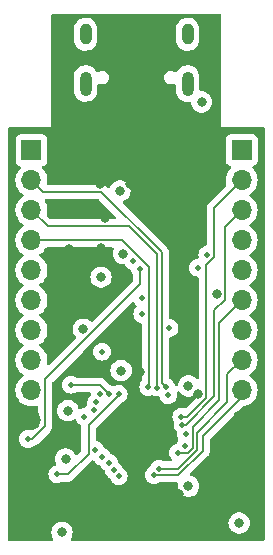
<source format=gbr>
%TF.GenerationSoftware,KiCad,Pcbnew,7.0.6*%
%TF.CreationDate,2023-07-23T20:03:58-07:00*%
%TF.ProjectId,iCEGenius,69434547-656e-4697-9573-2e6b69636164,rev?*%
%TF.SameCoordinates,Original*%
%TF.FileFunction,Copper,L6,Bot*%
%TF.FilePolarity,Positive*%
%FSLAX46Y46*%
G04 Gerber Fmt 4.6, Leading zero omitted, Abs format (unit mm)*
G04 Created by KiCad (PCBNEW 7.0.6) date 2023-07-23 20:03:58*
%MOMM*%
%LPD*%
G01*
G04 APERTURE LIST*
%TA.AperFunction,ComponentPad*%
%ADD10R,1.700000X1.700000*%
%TD*%
%TA.AperFunction,ComponentPad*%
%ADD11O,1.700000X1.700000*%
%TD*%
%TA.AperFunction,ComponentPad*%
%ADD12O,1.000000X2.100000*%
%TD*%
%TA.AperFunction,ComponentPad*%
%ADD13O,1.000000X1.800000*%
%TD*%
%TA.AperFunction,ViaPad*%
%ADD14C,0.800000*%
%TD*%
%TA.AperFunction,ViaPad*%
%ADD15C,0.500000*%
%TD*%
%TA.AperFunction,Conductor*%
%ADD16C,0.200000*%
%TD*%
G04 APERTURE END LIST*
D10*
%TO.P,J3,1,Pin_1*%
%TO.N,+3V3*%
X164915000Y-88530000D03*
D11*
%TO.P,J3,2,Pin_2*%
%TO.N,IOL_2A*%
X164915000Y-91070000D03*
%TO.P,J3,3,Pin_3*%
%TO.N,IOL_2B*%
X164915000Y-93610000D03*
%TO.P,J3,4,Pin_4*%
%TO.N,IOT_52*%
X164915000Y-96150000D03*
%TO.P,J3,5,Pin_5*%
%TO.N,IOT_53*%
X164915000Y-98690000D03*
%TO.P,J3,6,Pin_6*%
%TO.N,IOT_50_GBIN1*%
X164915000Y-101230000D03*
%TO.P,J3,7,Pin_7*%
%TO.N,IOL_4A*%
X164915000Y-103770000D03*
%TO.P,J3,8,Pin_8*%
%TO.N,IOT_47*%
X164915000Y-106310000D03*
%TO.P,J3,9,Pin_9*%
%TO.N,IOT_45*%
X164915000Y-108850000D03*
%TO.P,J3,10,Pin_10*%
%TO.N,GND*%
X164915000Y-111390000D03*
%TD*%
D10*
%TO.P,J2,1,Pin_1*%
%TO.N,+3V3*%
X147115000Y-88550000D03*
D11*
%TO.P,J2,2,Pin_2*%
%TO.N,IOL_4B_GBIN7*%
X147115000Y-91090000D03*
%TO.P,J2,3,Pin_3*%
%TO.N,IOL_5B*%
X147115000Y-93630000D03*
%TO.P,J2,4,Pin_4*%
%TO.N,IOL_5A_GBIN6*%
X147115000Y-96170000D03*
%TO.P,J2,5,Pin_5*%
%TO.N,IOR_34*%
X147115000Y-98710000D03*
%TO.P,J2,6,Pin_6*%
%TO.N,IOR_35_GBIN3*%
X147115000Y-101250000D03*
%TO.P,J2,7,Pin_7*%
%TO.N,IOR_36_GBIN2*%
X147115000Y-103790000D03*
%TO.P,J2,8,Pin_8*%
%TO.N,IOR_38*%
X147115000Y-106330000D03*
%TO.P,J2,9,Pin_9*%
%TO.N,IOR_39*%
X147115000Y-108870000D03*
%TO.P,J2,10,Pin_10*%
%TO.N,GND*%
X147115000Y-111410000D03*
%TD*%
D12*
%TO.P,J1,S1,SHIELD*%
%TO.N,unconnected-(J1-SHIELD-PadS1)*%
X160330000Y-82900000D03*
D13*
X160330000Y-78720000D03*
D12*
X151690000Y-82900000D03*
D13*
X151690000Y-78720000D03*
%TD*%
D14*
%TO.N,+5V*%
X154600000Y-92000000D03*
X154900000Y-97300000D03*
X161520000Y-84455000D03*
%TO.N,GND*%
X163600000Y-119500000D03*
X151900000Y-84900000D03*
X151400000Y-97899999D03*
X151400000Y-99900000D03*
X156500000Y-119900000D03*
X164700000Y-113600000D03*
X153000000Y-96869500D03*
X155800000Y-78800000D03*
X159400000Y-91200000D03*
X152900000Y-91400000D03*
X157800001Y-78800000D03*
X150100000Y-88800000D03*
X158600000Y-95900000D03*
X150300000Y-96900000D03*
X153799999Y-78800000D03*
D15*
X161700000Y-93000000D03*
D14*
X151400000Y-101900001D03*
X153300000Y-94300000D03*
X161200000Y-109200000D03*
X156300000Y-107300000D03*
X153200000Y-106900000D03*
D15*
X149700000Y-112600000D03*
D14*
X156550000Y-118650000D03*
X149700000Y-80500000D03*
X150100000Y-84800000D03*
X150000000Y-102400000D03*
X151900000Y-87400000D03*
X149700000Y-78500000D03*
X160600000Y-88400000D03*
X155431635Y-91368365D03*
X146800000Y-119300000D03*
X162200000Y-79400000D03*
D15*
X152200000Y-115700000D03*
D14*
X154300000Y-119700000D03*
X149700000Y-82500000D03*
X159641121Y-117650468D03*
X150100000Y-86800000D03*
X146000000Y-120600000D03*
X156000000Y-112438990D03*
X163000000Y-87300000D03*
X157300000Y-87100000D03*
X159600000Y-84800000D03*
%TO.N,+3V3*%
X160400000Y-108500000D03*
X164700000Y-120100000D03*
X150000000Y-114700000D03*
X154700000Y-107200000D03*
X151500000Y-103700000D03*
X153000000Y-99300000D03*
X160400000Y-117000000D03*
X149700000Y-120900000D03*
X150200000Y-110600000D03*
X162800500Y-100700000D03*
D15*
%TO.N,SS*%
X152397937Y-110576525D03*
X156500000Y-101100000D03*
X155700000Y-97900000D03*
%TO.N,CRESET_B_CTL*%
X146800000Y-113000000D03*
X156300000Y-98600000D03*
%TO.N,IOL_4B_GBIN7*%
X158533627Y-108620571D03*
%TO.N,IOL_5A_GBIN6*%
X157003934Y-108596040D03*
%TO.N,IOT_50_GBIN1*%
X159500000Y-114149500D03*
%TO.N,MOSI*%
X152600000Y-109900000D03*
X153100000Y-105600000D03*
%TO.N,IOR_36_GBIN2*%
X153700000Y-115000000D03*
%TO.N,IOR_35_GBIN3*%
X153100000Y-114500000D03*
%TO.N,IOL_2A*%
X159800000Y-111100000D03*
%TO.N,IOL_2B*%
X159900000Y-111800000D03*
%TO.N,IOR_34*%
X152500000Y-113900000D03*
%TO.N,IOR_38*%
X154059891Y-115599818D03*
%TO.N,IOR_39*%
X154496826Y-116146070D03*
%TO.N,IOT_45*%
X157480298Y-116059602D03*
%TO.N,IOT_47*%
X157900000Y-115500000D03*
%TO.N,IOT_52*%
X160200000Y-112600000D03*
%TO.N,IOT_53*%
X160100000Y-113600000D03*
%TO.N,IOL_4A*%
X158700000Y-109300000D03*
%TO.N,IOL_5B*%
X157738543Y-108638543D03*
%TO.N,CRESET_B*%
X149300000Y-116000000D03*
X154500000Y-109200000D03*
%TO.N,SCK*%
X161200000Y-98500000D03*
X151600000Y-111100000D03*
X158800000Y-103600000D03*
%TO.N,MISO*%
X156500000Y-102400000D03*
X152900497Y-109200000D03*
X162000000Y-97400000D03*
%TO.N,Net-(D5-A)*%
X153638804Y-109160489D03*
X150450500Y-108400000D03*
%TD*%
D16*
%TO.N,CRESET_B_CTL*%
X148265000Y-111935000D02*
X147200000Y-113000000D01*
X147200000Y-113000000D02*
X146800000Y-113000000D01*
X156300000Y-99889950D02*
X148265000Y-107924950D01*
X156300000Y-98600000D02*
X156300000Y-99889950D01*
X148265000Y-107924950D02*
X148265000Y-111935000D01*
%TO.N,IOL_4B_GBIN7*%
X153043504Y-92100000D02*
X148125000Y-92100000D01*
X158138543Y-97195039D02*
X153043504Y-92100000D01*
X158138543Y-108225487D02*
X158138543Y-97195039D01*
X158533627Y-108620571D02*
X158138543Y-108225487D01*
X148125000Y-92100000D02*
X147115000Y-91090000D01*
%TO.N,IOL_5A_GBIN6*%
X154770000Y-96170000D02*
X147115000Y-96170000D01*
X157050000Y-98450000D02*
X154770000Y-96170000D01*
X157003934Y-108596040D02*
X157050000Y-108549974D01*
X157050000Y-108549974D02*
X157050000Y-98450000D01*
%TO.N,IOT_50_GBIN1*%
X160328318Y-114149500D02*
X159500000Y-114149500D01*
X164915000Y-101230000D02*
X163000000Y-103145000D01*
X163000000Y-109700000D02*
X160750000Y-111950000D01*
X163000000Y-103145000D02*
X163000000Y-109700000D01*
X160750000Y-111950000D02*
X160750000Y-113727818D01*
X160750000Y-113727818D02*
X160328318Y-114149500D01*
%TO.N,IOL_2A*%
X161900000Y-109489950D02*
X161900000Y-98277818D01*
X161900000Y-98277818D02*
X162550000Y-97627818D01*
X160289950Y-111100000D02*
X161900000Y-109489950D01*
X159800000Y-111100000D02*
X160289950Y-111100000D01*
X162550000Y-97627818D02*
X162550000Y-93435000D01*
X162550000Y-93435000D02*
X164915000Y-91070000D01*
%TO.N,IOL_2B*%
X159900000Y-111800000D02*
X160155636Y-111800000D01*
X163500000Y-101200000D02*
X163500000Y-95025000D01*
X162600000Y-109355636D02*
X162600000Y-102100000D01*
X162600000Y-102100000D02*
X163500000Y-101200000D01*
X163500000Y-95025000D02*
X164915000Y-93610000D01*
X160155636Y-111800000D02*
X162600000Y-109355636D01*
%TO.N,IOT_45*%
X159559189Y-116050000D02*
X161600000Y-114009189D01*
X164915000Y-109467843D02*
X164915000Y-108850000D01*
X157480298Y-116059602D02*
X157489900Y-116050000D01*
X157489900Y-116050000D02*
X159559189Y-116050000D01*
X161600000Y-114009189D02*
X161600000Y-112782843D01*
X161600000Y-112782843D02*
X164915000Y-109467843D01*
%TO.N,IOT_47*%
X161150000Y-112450000D02*
X163700000Y-109900000D01*
X157900000Y-115500000D02*
X159543504Y-115500000D01*
X163700000Y-107525000D02*
X164915000Y-106310000D01*
X161150000Y-113893504D02*
X161150000Y-112450000D01*
X163700000Y-109900000D02*
X163700000Y-107525000D01*
X159543504Y-115500000D02*
X161150000Y-113893504D01*
%TO.N,IOL_5B*%
X148485000Y-95000000D02*
X147115000Y-93630000D01*
X157738543Y-108638543D02*
X157738543Y-97360725D01*
X155377818Y-95000000D02*
X148485000Y-95000000D01*
X157738543Y-97360725D02*
X155377818Y-95000000D01*
%TO.N,CRESET_B*%
X150200000Y-116000000D02*
X151950000Y-114250000D01*
X151950000Y-114250000D02*
X151950000Y-111850000D01*
X154500000Y-109300000D02*
X154500000Y-109200000D01*
X151950000Y-111850000D02*
X154500000Y-109300000D01*
X149300000Y-116000000D02*
X150200000Y-116000000D01*
%TO.N,Net-(D5-A)*%
X153638804Y-109160489D02*
X152878315Y-108400000D01*
X152878315Y-108400000D02*
X150450500Y-108400000D01*
%TD*%
%TA.AperFunction,Conductor*%
%TO.N,GND*%
G36*
X154021571Y-96790185D02*
G01*
X154067326Y-96842989D01*
X154077270Y-96912147D01*
X154072463Y-96932818D01*
X154027141Y-97072305D01*
X154014326Y-97111744D01*
X153994540Y-97300000D01*
X154014326Y-97488256D01*
X154014327Y-97488259D01*
X154072818Y-97668277D01*
X154072821Y-97668284D01*
X154167467Y-97832216D01*
X154237075Y-97909523D01*
X154294129Y-97972888D01*
X154447265Y-98084148D01*
X154447270Y-98084151D01*
X154620192Y-98161142D01*
X154620197Y-98161144D01*
X154805354Y-98200500D01*
X154805355Y-98200500D01*
X154933928Y-98200500D01*
X155000967Y-98220185D01*
X155038918Y-98258524D01*
X155098033Y-98352604D01*
X155109523Y-98370890D01*
X155229109Y-98490476D01*
X155229115Y-98490481D01*
X155372302Y-98580452D01*
X155372308Y-98580455D01*
X155372310Y-98580456D01*
X155475993Y-98616736D01*
X155532769Y-98657458D01*
X155558259Y-98719891D01*
X155563687Y-98768058D01*
X155619544Y-98927691D01*
X155680493Y-99024689D01*
X155699500Y-99090662D01*
X155699500Y-99589852D01*
X155679815Y-99656891D01*
X155663181Y-99677533D01*
X152296690Y-103044023D01*
X152235367Y-103077508D01*
X152165675Y-103072524D01*
X152116860Y-103039315D01*
X152105877Y-103027117D01*
X152105869Y-103027110D01*
X151952734Y-102915851D01*
X151952729Y-102915848D01*
X151779807Y-102838857D01*
X151779802Y-102838855D01*
X151634001Y-102807865D01*
X151594646Y-102799500D01*
X151405354Y-102799500D01*
X151372897Y-102806398D01*
X151220197Y-102838855D01*
X151220192Y-102838857D01*
X151047270Y-102915848D01*
X151047265Y-102915851D01*
X150894129Y-103027111D01*
X150767466Y-103167785D01*
X150672821Y-103331715D01*
X150672818Y-103331722D01*
X150614327Y-103511740D01*
X150614326Y-103511744D01*
X150594540Y-103700000D01*
X150614326Y-103888256D01*
X150614327Y-103888259D01*
X150672818Y-104068277D01*
X150672821Y-104068284D01*
X150767466Y-104232215D01*
X150850308Y-104324221D01*
X150880538Y-104387213D01*
X150871912Y-104456548D01*
X150845839Y-104494874D01*
X148658246Y-106682467D01*
X148596923Y-106715952D01*
X148527231Y-106710968D01*
X148471298Y-106669096D01*
X148446881Y-106603632D01*
X148450009Y-106570898D01*
X148449122Y-106570742D01*
X148450060Y-106565417D01*
X148450063Y-106565408D01*
X148470659Y-106330000D01*
X148450063Y-106094592D01*
X148388903Y-105866337D01*
X148289035Y-105652171D01*
X148203432Y-105529916D01*
X148153494Y-105458597D01*
X147986402Y-105291506D01*
X147986396Y-105291501D01*
X147800842Y-105161575D01*
X147757217Y-105106998D01*
X147750023Y-105037500D01*
X147781546Y-104975145D01*
X147800842Y-104958425D01*
X147856370Y-104919544D01*
X147986401Y-104828495D01*
X148153495Y-104661401D01*
X148289035Y-104467830D01*
X148388903Y-104253663D01*
X148450063Y-104025408D01*
X148470659Y-103790000D01*
X148450063Y-103554592D01*
X148388903Y-103326337D01*
X148289035Y-103112171D01*
X148266828Y-103080455D01*
X148153494Y-102918597D01*
X147986402Y-102751506D01*
X147986396Y-102751501D01*
X147800842Y-102621575D01*
X147757217Y-102566998D01*
X147750023Y-102497500D01*
X147781546Y-102435145D01*
X147800842Y-102418425D01*
X147827153Y-102400002D01*
X147986401Y-102288495D01*
X148153495Y-102121401D01*
X148289035Y-101927830D01*
X148388903Y-101713663D01*
X148450063Y-101485408D01*
X148470659Y-101250000D01*
X148450063Y-101014592D01*
X148388903Y-100786337D01*
X148289035Y-100572171D01*
X148153495Y-100378599D01*
X148153494Y-100378597D01*
X147986402Y-100211506D01*
X147986396Y-100211501D01*
X147800842Y-100081575D01*
X147757217Y-100026998D01*
X147750023Y-99957500D01*
X147781546Y-99895145D01*
X147800842Y-99878425D01*
X147866838Y-99832214D01*
X147986401Y-99748495D01*
X148153495Y-99581401D01*
X148289035Y-99387830D01*
X148329991Y-99300000D01*
X152094540Y-99300000D01*
X152114326Y-99488256D01*
X152114327Y-99488259D01*
X152172818Y-99668277D01*
X152172821Y-99668284D01*
X152267467Y-99832216D01*
X152380274Y-99957500D01*
X152394129Y-99972888D01*
X152547265Y-100084148D01*
X152547270Y-100084151D01*
X152720192Y-100161142D01*
X152720197Y-100161144D01*
X152905354Y-100200500D01*
X152905355Y-100200500D01*
X153094644Y-100200500D01*
X153094646Y-100200500D01*
X153279803Y-100161144D01*
X153452730Y-100084151D01*
X153605871Y-99972888D01*
X153732533Y-99832216D01*
X153827179Y-99668284D01*
X153885674Y-99488256D01*
X153905460Y-99300000D01*
X153885674Y-99111744D01*
X153827179Y-98931716D01*
X153732533Y-98767784D01*
X153605871Y-98627112D01*
X153591590Y-98616736D01*
X153452734Y-98515851D01*
X153452729Y-98515848D01*
X153279807Y-98438857D01*
X153279802Y-98438855D01*
X153134001Y-98407865D01*
X153094646Y-98399500D01*
X152905354Y-98399500D01*
X152872897Y-98406398D01*
X152720197Y-98438855D01*
X152720192Y-98438857D01*
X152547270Y-98515848D01*
X152547265Y-98515851D01*
X152394129Y-98627111D01*
X152267466Y-98767785D01*
X152172821Y-98931715D01*
X152172818Y-98931722D01*
X152121176Y-99090662D01*
X152114326Y-99111744D01*
X152094540Y-99300000D01*
X148329991Y-99300000D01*
X148388903Y-99173663D01*
X148450063Y-98945408D01*
X148470659Y-98710000D01*
X148450063Y-98474592D01*
X148388903Y-98246337D01*
X148289035Y-98032171D01*
X148286896Y-98029115D01*
X148153494Y-97838597D01*
X147986402Y-97671506D01*
X147986396Y-97671501D01*
X147800842Y-97541575D01*
X147757217Y-97486998D01*
X147750023Y-97417500D01*
X147781546Y-97355145D01*
X147800842Y-97338425D01*
X147855718Y-97300000D01*
X147986401Y-97208495D01*
X148153495Y-97041401D01*
X148289035Y-96847830D01*
X148291707Y-96842097D01*
X148337878Y-96789658D01*
X148404091Y-96770500D01*
X153954532Y-96770500D01*
X154021571Y-96790185D01*
G37*
%TD.AperFunction*%
%TA.AperFunction,Conductor*%
G36*
X152810446Y-92720185D02*
G01*
X152831088Y-92736819D01*
X154282088Y-94187819D01*
X154315573Y-94249142D01*
X154310589Y-94318834D01*
X154268717Y-94374767D01*
X154203253Y-94399184D01*
X154194407Y-94399500D01*
X148785097Y-94399500D01*
X148718058Y-94379815D01*
X148697416Y-94363181D01*
X148447766Y-94113531D01*
X148414281Y-94052208D01*
X148415672Y-93993757D01*
X148421031Y-93973756D01*
X148450063Y-93865408D01*
X148470659Y-93630000D01*
X148450063Y-93394592D01*
X148388903Y-93166337D01*
X148289035Y-92952171D01*
X148249440Y-92895623D01*
X148227113Y-92829417D01*
X148244123Y-92761650D01*
X148295071Y-92713837D01*
X148351015Y-92700500D01*
X152743407Y-92700500D01*
X152810446Y-92720185D01*
G37*
%TD.AperFunction*%
%TA.AperFunction,Conductor*%
G36*
X163142539Y-77020185D02*
G01*
X163188294Y-77072989D01*
X163199500Y-77124500D01*
X163199500Y-86575467D01*
X163199416Y-86575889D01*
X163199459Y-86600001D01*
X163199500Y-86600099D01*
X163199616Y-86600382D01*
X163199618Y-86600384D01*
X163199808Y-86600462D01*
X163200000Y-86600541D01*
X163200002Y-86600539D01*
X163224616Y-86600524D01*
X163224616Y-86600528D01*
X163224760Y-86600500D01*
X166775500Y-86600500D01*
X166842539Y-86620185D01*
X166888294Y-86672989D01*
X166899500Y-86724500D01*
X166899500Y-121475500D01*
X166879815Y-121542539D01*
X166827011Y-121588294D01*
X166775500Y-121599500D01*
X150550726Y-121599500D01*
X150483687Y-121579815D01*
X150437932Y-121527011D01*
X150427988Y-121457853D01*
X150443339Y-121413500D01*
X150464302Y-121377190D01*
X150527179Y-121268284D01*
X150585674Y-121088256D01*
X150605460Y-120900000D01*
X150585674Y-120711744D01*
X150527179Y-120531716D01*
X150432533Y-120367784D01*
X150305871Y-120227112D01*
X150305870Y-120227111D01*
X150152734Y-120115851D01*
X150152729Y-120115848D01*
X150117134Y-120100000D01*
X163794540Y-120100000D01*
X163814326Y-120288256D01*
X163814327Y-120288259D01*
X163872818Y-120468277D01*
X163872821Y-120468284D01*
X163967467Y-120632216D01*
X164039071Y-120711740D01*
X164094129Y-120772888D01*
X164247265Y-120884148D01*
X164247270Y-120884151D01*
X164420192Y-120961142D01*
X164420197Y-120961144D01*
X164605354Y-121000500D01*
X164605355Y-121000500D01*
X164794644Y-121000500D01*
X164794646Y-121000500D01*
X164979803Y-120961144D01*
X165152730Y-120884151D01*
X165305871Y-120772888D01*
X165432533Y-120632216D01*
X165527179Y-120468284D01*
X165585674Y-120288256D01*
X165605460Y-120100000D01*
X165585674Y-119911744D01*
X165527179Y-119731716D01*
X165432533Y-119567784D01*
X165305871Y-119427112D01*
X165305870Y-119427111D01*
X165152734Y-119315851D01*
X165152729Y-119315848D01*
X164979807Y-119238857D01*
X164979802Y-119238855D01*
X164834000Y-119207865D01*
X164794646Y-119199500D01*
X164605354Y-119199500D01*
X164572897Y-119206398D01*
X164420197Y-119238855D01*
X164420192Y-119238857D01*
X164247270Y-119315848D01*
X164247265Y-119315851D01*
X164094129Y-119427111D01*
X163967466Y-119567785D01*
X163872821Y-119731715D01*
X163872818Y-119731722D01*
X163814327Y-119911740D01*
X163814326Y-119911744D01*
X163794540Y-120100000D01*
X150117134Y-120100000D01*
X149979807Y-120038857D01*
X149979802Y-120038855D01*
X149834000Y-120007865D01*
X149794646Y-119999500D01*
X149605354Y-119999500D01*
X149572897Y-120006398D01*
X149420197Y-120038855D01*
X149420192Y-120038857D01*
X149247270Y-120115848D01*
X149247265Y-120115851D01*
X149094129Y-120227111D01*
X148967466Y-120367785D01*
X148872821Y-120531715D01*
X148872818Y-120531722D01*
X148840166Y-120632216D01*
X148814326Y-120711744D01*
X148794540Y-120900000D01*
X148814326Y-121088256D01*
X148814327Y-121088259D01*
X148872818Y-121268277D01*
X148872821Y-121268284D01*
X148956661Y-121413500D01*
X148973134Y-121481401D01*
X148950281Y-121547427D01*
X148895360Y-121590618D01*
X148849274Y-121599500D01*
X145224500Y-121599500D01*
X145157461Y-121579815D01*
X145111706Y-121527011D01*
X145100500Y-121475500D01*
X145100500Y-116000002D01*
X148544751Y-116000002D01*
X148563685Y-116168056D01*
X148619545Y-116327694D01*
X148619547Y-116327697D01*
X148709518Y-116470884D01*
X148709523Y-116470890D01*
X148829109Y-116590476D01*
X148829115Y-116590481D01*
X148972302Y-116680452D01*
X148972305Y-116680454D01*
X148972309Y-116680455D01*
X148972310Y-116680456D01*
X149044913Y-116705860D01*
X149131943Y-116736314D01*
X149299997Y-116755249D01*
X149300000Y-116755249D01*
X149300003Y-116755249D01*
X149468056Y-116736314D01*
X149468059Y-116736313D01*
X149627690Y-116680456D01*
X149724691Y-116619505D01*
X149790663Y-116600500D01*
X150156572Y-116600500D01*
X150164670Y-116601030D01*
X150200000Y-116605682D01*
X150200001Y-116605682D01*
X150252253Y-116598802D01*
X150356762Y-116585044D01*
X150502841Y-116524536D01*
X150628282Y-116428282D01*
X150649983Y-116399999D01*
X150655311Y-116393922D01*
X152233193Y-114816040D01*
X152294514Y-114782557D01*
X152364206Y-114787541D01*
X152420139Y-114829413D01*
X152425863Y-114837747D01*
X152464750Y-114899634D01*
X152509523Y-114970890D01*
X152629109Y-115090476D01*
X152629115Y-115090481D01*
X152772302Y-115180452D01*
X152772308Y-115180455D01*
X152772310Y-115180456D01*
X152894646Y-115223263D01*
X152938514Y-115238613D01*
X152937489Y-115241541D01*
X152986491Y-115268898D01*
X153015033Y-115314799D01*
X153019544Y-115327693D01*
X153109518Y-115470884D01*
X153109523Y-115470890D01*
X153229110Y-115590477D01*
X153258701Y-115609070D01*
X153304992Y-115661405D01*
X153315949Y-115700179D01*
X153323576Y-115767871D01*
X153379435Y-115927510D01*
X153379438Y-115927515D01*
X153469409Y-116070702D01*
X153469414Y-116070708D01*
X153589001Y-116190295D01*
X153716570Y-116270452D01*
X153762859Y-116322785D01*
X153767638Y-116334490D01*
X153816370Y-116473761D01*
X153816373Y-116473767D01*
X153906344Y-116616954D01*
X153906349Y-116616960D01*
X154025935Y-116736546D01*
X154025941Y-116736551D01*
X154169128Y-116826522D01*
X154169131Y-116826524D01*
X154169135Y-116826525D01*
X154169136Y-116826526D01*
X154241739Y-116851930D01*
X154328769Y-116882384D01*
X154496823Y-116901319D01*
X154496826Y-116901319D01*
X154496829Y-116901319D01*
X154664882Y-116882384D01*
X154664885Y-116882383D01*
X154824516Y-116826526D01*
X154824518Y-116826524D01*
X154824520Y-116826524D01*
X154824523Y-116826522D01*
X154967710Y-116736551D01*
X154967711Y-116736550D01*
X154967716Y-116736547D01*
X155087303Y-116616960D01*
X155087307Y-116616954D01*
X155177278Y-116473767D01*
X155177280Y-116473764D01*
X155177281Y-116473761D01*
X155177282Y-116473760D01*
X155233139Y-116314129D01*
X155233139Y-116314128D01*
X155233140Y-116314126D01*
X155252075Y-116146072D01*
X155252075Y-116146067D01*
X155233140Y-115978013D01*
X155177280Y-115818375D01*
X155177278Y-115818372D01*
X155087307Y-115675185D01*
X155087302Y-115675179D01*
X154967714Y-115555591D01*
X154840147Y-115475435D01*
X154793857Y-115423101D01*
X154789083Y-115411408D01*
X154740347Y-115272128D01*
X154740346Y-115272125D01*
X154740343Y-115272120D01*
X154650372Y-115128933D01*
X154650367Y-115128927D01*
X154530782Y-115009342D01*
X154530781Y-115009341D01*
X154501186Y-114990745D01*
X154454896Y-114938409D01*
X154443940Y-114899634D01*
X154436314Y-114831943D01*
X154385883Y-114687819D01*
X154380456Y-114672310D01*
X154380455Y-114672308D01*
X154380452Y-114672302D01*
X154290481Y-114529115D01*
X154290476Y-114529109D01*
X154170890Y-114409523D01*
X154170884Y-114409518D01*
X154027697Y-114319547D01*
X154027692Y-114319544D01*
X153940212Y-114288934D01*
X153868059Y-114263687D01*
X153868056Y-114263686D01*
X153861487Y-114261388D01*
X153862503Y-114258484D01*
X153813405Y-114230996D01*
X153784966Y-114185200D01*
X153780456Y-114172310D01*
X153780454Y-114172307D01*
X153780454Y-114172306D01*
X153780452Y-114172302D01*
X153690481Y-114029115D01*
X153690476Y-114029109D01*
X153570890Y-113909523D01*
X153570884Y-113909518D01*
X153427697Y-113819547D01*
X153427691Y-113819544D01*
X153300907Y-113775181D01*
X153244131Y-113734459D01*
X153224819Y-113699093D01*
X153218296Y-113680452D01*
X153180456Y-113572310D01*
X153180455Y-113572308D01*
X153180452Y-113572302D01*
X153090481Y-113429115D01*
X153090476Y-113429109D01*
X152970890Y-113309523D01*
X152970884Y-113309518D01*
X152827697Y-113219547D01*
X152827694Y-113219545D01*
X152668057Y-113163686D01*
X152660611Y-113162847D01*
X152596198Y-113135777D01*
X152556646Y-113078180D01*
X152550500Y-113039627D01*
X152550500Y-112150096D01*
X152570185Y-112083057D01*
X152586819Y-112062415D01*
X153549237Y-111099997D01*
X154717057Y-109932176D01*
X154763780Y-109902818D01*
X154827690Y-109880456D01*
X154827697Y-109880452D01*
X154970884Y-109790481D01*
X154970885Y-109790480D01*
X154970890Y-109790477D01*
X155090477Y-109670890D01*
X155117622Y-109627690D01*
X155180452Y-109527697D01*
X155180454Y-109527694D01*
X155180454Y-109527692D01*
X155180456Y-109527690D01*
X155236313Y-109368059D01*
X155236313Y-109368058D01*
X155236314Y-109368056D01*
X155255249Y-109200002D01*
X155255249Y-109199997D01*
X155236314Y-109031943D01*
X155198450Y-108923734D01*
X155180456Y-108872310D01*
X155180455Y-108872309D01*
X155180454Y-108872305D01*
X155180452Y-108872302D01*
X155090481Y-108729115D01*
X155090476Y-108729109D01*
X154970890Y-108609523D01*
X154970884Y-108609518D01*
X154827697Y-108519547D01*
X154827694Y-108519545D01*
X154668056Y-108463685D01*
X154500003Y-108444751D01*
X154499997Y-108444751D01*
X154331943Y-108463685D01*
X154202250Y-108509067D01*
X154172310Y-108519544D01*
X154172308Y-108519544D01*
X154172308Y-108519545D01*
X154166809Y-108523000D01*
X154099572Y-108541996D01*
X154034869Y-108522996D01*
X153966496Y-108480034D01*
X153966496Y-108480033D01*
X153838668Y-108435305D01*
X153806863Y-108424176D01*
X153787835Y-108422031D01*
X153723423Y-108394963D01*
X153714043Y-108386493D01*
X153552596Y-108225046D01*
X153333635Y-108006085D01*
X153328295Y-107999995D01*
X153306597Y-107971718D01*
X153181156Y-107875464D01*
X153035077Y-107814956D01*
X153035075Y-107814955D01*
X152917676Y-107799500D01*
X152878315Y-107794318D01*
X152842985Y-107798969D01*
X152834887Y-107799500D01*
X150941163Y-107799500D01*
X150875191Y-107780494D01*
X150778192Y-107719545D01*
X150778191Y-107719544D01*
X150778190Y-107719544D01*
X150739870Y-107706135D01*
X150618556Y-107663685D01*
X150450503Y-107644751D01*
X150450497Y-107644751D01*
X150282443Y-107663685D01*
X150122805Y-107719545D01*
X150122802Y-107719547D01*
X149979615Y-107809518D01*
X149979609Y-107809523D01*
X149860023Y-107929109D01*
X149860018Y-107929115D01*
X149770047Y-108072302D01*
X149770045Y-108072305D01*
X149714185Y-108231943D01*
X149695251Y-108399997D01*
X149695251Y-108400002D01*
X149714185Y-108568056D01*
X149770045Y-108727694D01*
X149770047Y-108727697D01*
X149860018Y-108870884D01*
X149860023Y-108870890D01*
X149979609Y-108990476D01*
X149979615Y-108990481D01*
X150122802Y-109080452D01*
X150122805Y-109080454D01*
X150122809Y-109080455D01*
X150122810Y-109080456D01*
X150194105Y-109105403D01*
X150282443Y-109136314D01*
X150450497Y-109155249D01*
X150450500Y-109155249D01*
X150450503Y-109155249D01*
X150618556Y-109136314D01*
X150618559Y-109136313D01*
X150778190Y-109080456D01*
X150875191Y-109019505D01*
X150941163Y-109000500D01*
X152028970Y-109000500D01*
X152096009Y-109020185D01*
X152141764Y-109072989D01*
X152152190Y-109138383D01*
X152145248Y-109199996D01*
X152145248Y-109200002D01*
X152148018Y-109224588D01*
X152135963Y-109293410D01*
X152112480Y-109326151D01*
X152009524Y-109429108D01*
X152009518Y-109429115D01*
X151919547Y-109572302D01*
X151919545Y-109572305D01*
X151863685Y-109731943D01*
X151844751Y-109899997D01*
X151844751Y-109900004D01*
X151855111Y-109991957D01*
X151843056Y-110060779D01*
X151819575Y-110093519D01*
X151807457Y-110105637D01*
X151717485Y-110248825D01*
X151717481Y-110248833D01*
X151712977Y-110261707D01*
X151672255Y-110318483D01*
X151607302Y-110344229D01*
X151602791Y-110344436D01*
X151431943Y-110363685D01*
X151272306Y-110419545D01*
X151254151Y-110430953D01*
X151186914Y-110449952D01*
X151120079Y-110429583D01*
X151074866Y-110376315D01*
X151070254Y-110364286D01*
X151036924Y-110261707D01*
X151027181Y-110231721D01*
X151027178Y-110231715D01*
X151023682Y-110225659D01*
X150932533Y-110067784D01*
X150805871Y-109927112D01*
X150805870Y-109927111D01*
X150652734Y-109815851D01*
X150652729Y-109815848D01*
X150479807Y-109738857D01*
X150479802Y-109738855D01*
X150334000Y-109707865D01*
X150294646Y-109699500D01*
X150105354Y-109699500D01*
X150072897Y-109706398D01*
X149920197Y-109738855D01*
X149920192Y-109738857D01*
X149747270Y-109815848D01*
X149747265Y-109815851D01*
X149594129Y-109927111D01*
X149467466Y-110067785D01*
X149372821Y-110231715D01*
X149372818Y-110231722D01*
X149320702Y-110392120D01*
X149314326Y-110411744D01*
X149294540Y-110600000D01*
X149314326Y-110788256D01*
X149314327Y-110788259D01*
X149372818Y-110968277D01*
X149372821Y-110968284D01*
X149467467Y-111132216D01*
X149589778Y-111268056D01*
X149594129Y-111272888D01*
X149747265Y-111384148D01*
X149747270Y-111384151D01*
X149920192Y-111461142D01*
X149920197Y-111461144D01*
X150105354Y-111500500D01*
X150105355Y-111500500D01*
X150294644Y-111500500D01*
X150294646Y-111500500D01*
X150479803Y-111461144D01*
X150652730Y-111384151D01*
X150718448Y-111336403D01*
X150784251Y-111312924D01*
X150852306Y-111328749D01*
X150901001Y-111378854D01*
X150908374Y-111395767D01*
X150919545Y-111427694D01*
X150919547Y-111427697D01*
X151009518Y-111570884D01*
X151009523Y-111570890D01*
X151129109Y-111690476D01*
X151129115Y-111690481D01*
X151272302Y-111780452D01*
X151278583Y-111783477D01*
X151277242Y-111786259D01*
X151322915Y-111818987D01*
X151348152Y-111879128D01*
X151348391Y-111880940D01*
X151348968Y-111885326D01*
X151349500Y-111893418D01*
X151349500Y-113949902D01*
X151329815Y-114016941D01*
X151313181Y-114037583D01*
X151011676Y-114339087D01*
X150950353Y-114372572D01*
X150880661Y-114367588D01*
X150824728Y-114325716D01*
X150816608Y-114313406D01*
X150732534Y-114167785D01*
X150615299Y-114037583D01*
X150605871Y-114027112D01*
X150591872Y-114016941D01*
X150452734Y-113915851D01*
X150452729Y-113915848D01*
X150279807Y-113838857D01*
X150279802Y-113838855D01*
X150134001Y-113807865D01*
X150094646Y-113799500D01*
X149905354Y-113799500D01*
X149872897Y-113806398D01*
X149720197Y-113838855D01*
X149720192Y-113838857D01*
X149547270Y-113915848D01*
X149547265Y-113915851D01*
X149394129Y-114027111D01*
X149267466Y-114167785D01*
X149172821Y-114331715D01*
X149172818Y-114331722D01*
X149129672Y-114464514D01*
X149114326Y-114511744D01*
X149094540Y-114700000D01*
X149114326Y-114888256D01*
X149114327Y-114888259D01*
X149172818Y-115068277D01*
X149172822Y-115068286D01*
X149184975Y-115089336D01*
X149201446Y-115157236D01*
X149178593Y-115223263D01*
X149123671Y-115266452D01*
X149118547Y-115268373D01*
X149107818Y-115272128D01*
X148972308Y-115319544D01*
X148972302Y-115319547D01*
X148829115Y-115409518D01*
X148829109Y-115409523D01*
X148709523Y-115529109D01*
X148709518Y-115529115D01*
X148619547Y-115672302D01*
X148619545Y-115672305D01*
X148563685Y-115831943D01*
X148544751Y-115999997D01*
X148544751Y-116000002D01*
X145100500Y-116000002D01*
X145100500Y-108870000D01*
X145759341Y-108870000D01*
X145779936Y-109105403D01*
X145779938Y-109105413D01*
X145841094Y-109333655D01*
X145841096Y-109333659D01*
X145841097Y-109333663D01*
X145872264Y-109400500D01*
X145940965Y-109547830D01*
X145940967Y-109547834D01*
X146047166Y-109699500D01*
X146076505Y-109741401D01*
X146243599Y-109908495D01*
X146270187Y-109927112D01*
X146437165Y-110044032D01*
X146437167Y-110044033D01*
X146437170Y-110044035D01*
X146651337Y-110143903D01*
X146879592Y-110205063D01*
X147067918Y-110221539D01*
X147114999Y-110225659D01*
X147115000Y-110225659D01*
X147115001Y-110225659D01*
X147154234Y-110222226D01*
X147350408Y-110205063D01*
X147502200Y-110164391D01*
X147508407Y-110162728D01*
X147578257Y-110164391D01*
X147636119Y-110203554D01*
X147663623Y-110267782D01*
X147664500Y-110282503D01*
X147664500Y-111634902D01*
X147644815Y-111701941D01*
X147628181Y-111722583D01*
X147111319Y-112239444D01*
X147049996Y-112272929D01*
X146982685Y-112268805D01*
X146968059Y-112263687D01*
X146968058Y-112263686D01*
X146968053Y-112263685D01*
X146800003Y-112244751D01*
X146799997Y-112244751D01*
X146631943Y-112263685D01*
X146472305Y-112319545D01*
X146472302Y-112319547D01*
X146329115Y-112409518D01*
X146329109Y-112409523D01*
X146209523Y-112529109D01*
X146209518Y-112529115D01*
X146119547Y-112672302D01*
X146119545Y-112672305D01*
X146063685Y-112831943D01*
X146044751Y-112999997D01*
X146044751Y-113000002D01*
X146063685Y-113168056D01*
X146119545Y-113327694D01*
X146119547Y-113327697D01*
X146209518Y-113470884D01*
X146209523Y-113470890D01*
X146329109Y-113590476D01*
X146329115Y-113590481D01*
X146472302Y-113680452D01*
X146472305Y-113680454D01*
X146472309Y-113680455D01*
X146472310Y-113680456D01*
X146525572Y-113699093D01*
X146631943Y-113736314D01*
X146799997Y-113755249D01*
X146800000Y-113755249D01*
X146800003Y-113755249D01*
X146900835Y-113743887D01*
X146968059Y-113736313D01*
X147127690Y-113680456D01*
X147236136Y-113612313D01*
X147285918Y-113594370D01*
X147356762Y-113585044D01*
X147502841Y-113524536D01*
X147536120Y-113499000D01*
X147628282Y-113428282D01*
X147649984Y-113399998D01*
X147655310Y-113393923D01*
X148658923Y-112390311D01*
X148665006Y-112384977D01*
X148693282Y-112363282D01*
X148713229Y-112337286D01*
X148726845Y-112319544D01*
X148764177Y-112270890D01*
X148789536Y-112237841D01*
X148850044Y-112091762D01*
X148870682Y-111935000D01*
X148866030Y-111899669D01*
X148865500Y-111891571D01*
X148865500Y-108225046D01*
X148885185Y-108158007D01*
X148901814Y-108137370D01*
X149839184Y-107200000D01*
X153794540Y-107200000D01*
X153814326Y-107388256D01*
X153814327Y-107388259D01*
X153872818Y-107568277D01*
X153872821Y-107568284D01*
X153967467Y-107732216D01*
X154094128Y-107872887D01*
X154094129Y-107872888D01*
X154247265Y-107984148D01*
X154247270Y-107984151D01*
X154420192Y-108061142D01*
X154420197Y-108061144D01*
X154605354Y-108100500D01*
X154605355Y-108100500D01*
X154794644Y-108100500D01*
X154794646Y-108100500D01*
X154979803Y-108061144D01*
X155152730Y-107984151D01*
X155305871Y-107872888D01*
X155432533Y-107732216D01*
X155527179Y-107568284D01*
X155585674Y-107388256D01*
X155605460Y-107200000D01*
X155585674Y-107011744D01*
X155527179Y-106831716D01*
X155432533Y-106667784D01*
X155305871Y-106527112D01*
X155305870Y-106527111D01*
X155152734Y-106415851D01*
X155152729Y-106415848D01*
X154979807Y-106338857D01*
X154979802Y-106338855D01*
X154834000Y-106307865D01*
X154794646Y-106299500D01*
X154605354Y-106299500D01*
X154572897Y-106306398D01*
X154420197Y-106338855D01*
X154420192Y-106338857D01*
X154247270Y-106415848D01*
X154247265Y-106415851D01*
X154094129Y-106527111D01*
X153967466Y-106667785D01*
X153872821Y-106831715D01*
X153872818Y-106831722D01*
X153815596Y-107007834D01*
X153814326Y-107011744D01*
X153794540Y-107200000D01*
X149839184Y-107200000D01*
X151439182Y-105600002D01*
X152344751Y-105600002D01*
X152363685Y-105768056D01*
X152419545Y-105927694D01*
X152419547Y-105927697D01*
X152509518Y-106070884D01*
X152509523Y-106070890D01*
X152629109Y-106190476D01*
X152629115Y-106190481D01*
X152772302Y-106280452D01*
X152772305Y-106280454D01*
X152772309Y-106280455D01*
X152772310Y-106280456D01*
X152826735Y-106299500D01*
X152931943Y-106336314D01*
X153099997Y-106355249D01*
X153100000Y-106355249D01*
X153100003Y-106355249D01*
X153268056Y-106336314D01*
X153268059Y-106336313D01*
X153427690Y-106280456D01*
X153427692Y-106280454D01*
X153427694Y-106280454D01*
X153427697Y-106280452D01*
X153570884Y-106190481D01*
X153570885Y-106190480D01*
X153570890Y-106190477D01*
X153690477Y-106070890D01*
X153780452Y-105927697D01*
X153780454Y-105927694D01*
X153780454Y-105927692D01*
X153780456Y-105927690D01*
X153836313Y-105768059D01*
X153836313Y-105768058D01*
X153836314Y-105768056D01*
X153855249Y-105600002D01*
X153855249Y-105599997D01*
X153836314Y-105431943D01*
X153787173Y-105291506D01*
X153780456Y-105272310D01*
X153780455Y-105272309D01*
X153780454Y-105272305D01*
X153780452Y-105272302D01*
X153690481Y-105129115D01*
X153690476Y-105129109D01*
X153570890Y-105009523D01*
X153570884Y-105009518D01*
X153427697Y-104919547D01*
X153427694Y-104919545D01*
X153268056Y-104863685D01*
X153100003Y-104844751D01*
X153099997Y-104844751D01*
X152931943Y-104863685D01*
X152772305Y-104919545D01*
X152772302Y-104919547D01*
X152629115Y-105009518D01*
X152629109Y-105009523D01*
X152509523Y-105129109D01*
X152509518Y-105129115D01*
X152419547Y-105272302D01*
X152419545Y-105272305D01*
X152363685Y-105431943D01*
X152344751Y-105599997D01*
X152344751Y-105600002D01*
X151439182Y-105600002D01*
X155629313Y-101409870D01*
X155690636Y-101376386D01*
X155760328Y-101381370D01*
X155816261Y-101423242D01*
X155821987Y-101431579D01*
X155909521Y-101570888D01*
X156000952Y-101662319D01*
X156034437Y-101723642D01*
X156029453Y-101793334D01*
X156000952Y-101837681D01*
X155909523Y-101929109D01*
X155909518Y-101929115D01*
X155819547Y-102072302D01*
X155819545Y-102072305D01*
X155763685Y-102231943D01*
X155744751Y-102399997D01*
X155744751Y-102400002D01*
X155763685Y-102568056D01*
X155819545Y-102727694D01*
X155819547Y-102727697D01*
X155909518Y-102870884D01*
X155909523Y-102870890D01*
X156029109Y-102990476D01*
X156029115Y-102990481D01*
X156172302Y-103080452D01*
X156172308Y-103080455D01*
X156172310Y-103080456D01*
X156331941Y-103136313D01*
X156339383Y-103137151D01*
X156403796Y-103164217D01*
X156443352Y-103221812D01*
X156449500Y-103260372D01*
X156449500Y-108037744D01*
X156429815Y-108104783D01*
X156417793Y-108119703D01*
X156417798Y-108119707D01*
X156413452Y-108125156D01*
X156323481Y-108268342D01*
X156323479Y-108268345D01*
X156267619Y-108427983D01*
X156248685Y-108596037D01*
X156248685Y-108596042D01*
X156267619Y-108764096D01*
X156323479Y-108923734D01*
X156323481Y-108923737D01*
X156413452Y-109066924D01*
X156413457Y-109066930D01*
X156533043Y-109186516D01*
X156533049Y-109186521D01*
X156676236Y-109276492D01*
X156676239Y-109276494D01*
X156676243Y-109276495D01*
X156676244Y-109276496D01*
X156722870Y-109292811D01*
X156835877Y-109332354D01*
X157003931Y-109351289D01*
X157003934Y-109351289D01*
X157003937Y-109351289D01*
X157129978Y-109337087D01*
X157171993Y-109332353D01*
X157282703Y-109293613D01*
X157352479Y-109290051D01*
X157389628Y-109305662D01*
X157410853Y-109318999D01*
X157570484Y-109374856D01*
X157612498Y-109379590D01*
X157738540Y-109393792D01*
X157738543Y-109393792D01*
X157738544Y-109393792D01*
X157759350Y-109391447D01*
X157831880Y-109383275D01*
X157900701Y-109395329D01*
X157952081Y-109442678D01*
X157962806Y-109465541D01*
X158019544Y-109627691D01*
X158019547Y-109627697D01*
X158109518Y-109770884D01*
X158109523Y-109770890D01*
X158229109Y-109890476D01*
X158229115Y-109890481D01*
X158372302Y-109980452D01*
X158372305Y-109980454D01*
X158372309Y-109980455D01*
X158372310Y-109980456D01*
X158444913Y-110005860D01*
X158531943Y-110036314D01*
X158699997Y-110055249D01*
X158700000Y-110055249D01*
X158700003Y-110055249D01*
X158868056Y-110036314D01*
X158868059Y-110036313D01*
X159027690Y-109980456D01*
X159027692Y-109980454D01*
X159027694Y-109980454D01*
X159027697Y-109980452D01*
X159170884Y-109890481D01*
X159170885Y-109890480D01*
X159170890Y-109890477D01*
X159290477Y-109770890D01*
X159309006Y-109741402D01*
X159380452Y-109627697D01*
X159380454Y-109627694D01*
X159380455Y-109627691D01*
X159380456Y-109627690D01*
X159436313Y-109468059D01*
X159436313Y-109468058D01*
X159436314Y-109468056D01*
X159455249Y-109300002D01*
X159455249Y-109299997D01*
X159436806Y-109136314D01*
X159436313Y-109131941D01*
X159428835Y-109110572D01*
X159425273Y-109040795D01*
X159460001Y-108980167D01*
X159521993Y-108947939D01*
X159591569Y-108954342D01*
X159646638Y-108997345D01*
X159653263Y-109007616D01*
X159667463Y-109032211D01*
X159667465Y-109032214D01*
X159794129Y-109172888D01*
X159947265Y-109284148D01*
X159947270Y-109284151D01*
X160120192Y-109361142D01*
X160120197Y-109361144D01*
X160305354Y-109400500D01*
X160305355Y-109400500D01*
X160494644Y-109400500D01*
X160494646Y-109400500D01*
X160679803Y-109361144D01*
X160852730Y-109284151D01*
X161005871Y-109172888D01*
X161083350Y-109086838D01*
X161142837Y-109050190D01*
X161212694Y-109051521D01*
X161270742Y-109090407D01*
X161298552Y-109154504D01*
X161299500Y-109169817D01*
X161299499Y-109189858D01*
X161279811Y-109256897D01*
X161263180Y-109277533D01*
X160177954Y-110362759D01*
X160116631Y-110396244D01*
X160049319Y-110392120D01*
X159968057Y-110363686D01*
X159800003Y-110344751D01*
X159799997Y-110344751D01*
X159631943Y-110363685D01*
X159472305Y-110419545D01*
X159472302Y-110419547D01*
X159329115Y-110509518D01*
X159329109Y-110509523D01*
X159209523Y-110629109D01*
X159209518Y-110629115D01*
X159119547Y-110772302D01*
X159119545Y-110772305D01*
X159063685Y-110931943D01*
X159044751Y-111099997D01*
X159044751Y-111100002D01*
X159063685Y-111268056D01*
X159119545Y-111427692D01*
X159162032Y-111495310D01*
X159181032Y-111562547D01*
X159174081Y-111602233D01*
X159163686Y-111631942D01*
X159144751Y-111799997D01*
X159144751Y-111800002D01*
X159163685Y-111968056D01*
X159219545Y-112127694D01*
X159219547Y-112127697D01*
X159309518Y-112270884D01*
X159309523Y-112270890D01*
X159422158Y-112383525D01*
X159455643Y-112444848D01*
X159457697Y-112485089D01*
X159444751Y-112599995D01*
X159444751Y-112600002D01*
X159463685Y-112768056D01*
X159519544Y-112927691D01*
X159540790Y-112961504D01*
X159559789Y-113028741D01*
X159539420Y-113095576D01*
X159523479Y-113115153D01*
X159509520Y-113129112D01*
X159419548Y-113272300D01*
X159419543Y-113272311D01*
X159395316Y-113341548D01*
X159354594Y-113398324D01*
X159319229Y-113417635D01*
X159172308Y-113469044D01*
X159172302Y-113469047D01*
X159029115Y-113559018D01*
X159029109Y-113559023D01*
X158909523Y-113678609D01*
X158909518Y-113678615D01*
X158819547Y-113821802D01*
X158819545Y-113821805D01*
X158763685Y-113981443D01*
X158744751Y-114149497D01*
X158744751Y-114149502D01*
X158763685Y-114317556D01*
X158819545Y-114477194D01*
X158819547Y-114477197D01*
X158909518Y-114620384D01*
X158909523Y-114620390D01*
X158976952Y-114687819D01*
X159010437Y-114749142D01*
X159005453Y-114818834D01*
X158963581Y-114874767D01*
X158898117Y-114899184D01*
X158889271Y-114899500D01*
X158390663Y-114899500D01*
X158324691Y-114880494D01*
X158227692Y-114819545D01*
X158227691Y-114819544D01*
X158227690Y-114819544D01*
X158189370Y-114806135D01*
X158068056Y-114763685D01*
X157900003Y-114744751D01*
X157899997Y-114744751D01*
X157731943Y-114763685D01*
X157572305Y-114819545D01*
X157572302Y-114819547D01*
X157429115Y-114909518D01*
X157429109Y-114909523D01*
X157309523Y-115029109D01*
X157309518Y-115029115D01*
X157219547Y-115172302D01*
X157219544Y-115172307D01*
X157187570Y-115263687D01*
X157163687Y-115331941D01*
X157163686Y-115331943D01*
X157161388Y-115338513D01*
X157159381Y-115337811D01*
X157130275Y-115389835D01*
X157109474Y-115406249D01*
X157009407Y-115469125D01*
X156889821Y-115588711D01*
X156889816Y-115588717D01*
X156799845Y-115731904D01*
X156799843Y-115731907D01*
X156743983Y-115891545D01*
X156725049Y-116059599D01*
X156725049Y-116059604D01*
X156743983Y-116227658D01*
X156799843Y-116387296D01*
X156799845Y-116387299D01*
X156889816Y-116530486D01*
X156889821Y-116530492D01*
X157009407Y-116650078D01*
X157009413Y-116650083D01*
X157152600Y-116740054D01*
X157152603Y-116740056D01*
X157152607Y-116740057D01*
X157152608Y-116740058D01*
X157196022Y-116755249D01*
X157312241Y-116795916D01*
X157480295Y-116814851D01*
X157480298Y-116814851D01*
X157480301Y-116814851D01*
X157648354Y-116795916D01*
X157659125Y-116792147D01*
X157807988Y-116740058D01*
X157920268Y-116669507D01*
X157986242Y-116650500D01*
X159396046Y-116650500D01*
X159463085Y-116670185D01*
X159508840Y-116722989D01*
X159518784Y-116792147D01*
X159515382Y-116806772D01*
X159514327Y-116811738D01*
X159514327Y-116811740D01*
X159514326Y-116811744D01*
X159494540Y-117000000D01*
X159514326Y-117188256D01*
X159514327Y-117188259D01*
X159572818Y-117368277D01*
X159572821Y-117368284D01*
X159667467Y-117532216D01*
X159794128Y-117672887D01*
X159794129Y-117672888D01*
X159947265Y-117784148D01*
X159947270Y-117784151D01*
X160120192Y-117861142D01*
X160120197Y-117861144D01*
X160305354Y-117900500D01*
X160305355Y-117900500D01*
X160494644Y-117900500D01*
X160494646Y-117900500D01*
X160679803Y-117861144D01*
X160852730Y-117784151D01*
X161005871Y-117672888D01*
X161132533Y-117532216D01*
X161227179Y-117368284D01*
X161285674Y-117188256D01*
X161305460Y-117000000D01*
X161285674Y-116811744D01*
X161227179Y-116631716D01*
X161132533Y-116467784D01*
X161005871Y-116327112D01*
X161005870Y-116327111D01*
X160852734Y-116215851D01*
X160852729Y-116215848D01*
X160679807Y-116138857D01*
X160679803Y-116138856D01*
X160606102Y-116123190D01*
X160544621Y-116089997D01*
X160510845Y-116028834D01*
X160515497Y-115959119D01*
X160544199Y-115914224D01*
X161993923Y-114464499D01*
X161999998Y-114459173D01*
X162028282Y-114437471D01*
X162124536Y-114312030D01*
X162185044Y-114165951D01*
X162197932Y-114068059D01*
X162203059Y-114029115D01*
X162205682Y-114009190D01*
X162205682Y-114009188D01*
X162201031Y-113973862D01*
X162200500Y-113965760D01*
X162200500Y-113082939D01*
X162220185Y-113015900D01*
X162236819Y-112995258D01*
X163600136Y-111631941D01*
X165005189Y-110226887D01*
X165066510Y-110193404D01*
X165082054Y-110191043D01*
X165150408Y-110185063D01*
X165378663Y-110123903D01*
X165592830Y-110024035D01*
X165786401Y-109888495D01*
X165953495Y-109721401D01*
X166089035Y-109527830D01*
X166188903Y-109313663D01*
X166250063Y-109085408D01*
X166270659Y-108850000D01*
X166250063Y-108614592D01*
X166194261Y-108406335D01*
X166188905Y-108386344D01*
X166188904Y-108386343D01*
X166188903Y-108386337D01*
X166089035Y-108172171D01*
X166079118Y-108158007D01*
X165953494Y-107978597D01*
X165786402Y-107811506D01*
X165786396Y-107811501D01*
X165600842Y-107681575D01*
X165557217Y-107626998D01*
X165550023Y-107557500D01*
X165581546Y-107495145D01*
X165600842Y-107478425D01*
X165729616Y-107388256D01*
X165786401Y-107348495D01*
X165953495Y-107181401D01*
X166089035Y-106987830D01*
X166188903Y-106773663D01*
X166250063Y-106545408D01*
X166270659Y-106310000D01*
X166250063Y-106074592D01*
X166188903Y-105846337D01*
X166089035Y-105632171D01*
X166066511Y-105600002D01*
X165953494Y-105438597D01*
X165786402Y-105271506D01*
X165786396Y-105271501D01*
X165600842Y-105141575D01*
X165557217Y-105086998D01*
X165550023Y-105017500D01*
X165581546Y-104955145D01*
X165600842Y-104938425D01*
X165627807Y-104919544D01*
X165786401Y-104808495D01*
X165953495Y-104641401D01*
X166089035Y-104447830D01*
X166188903Y-104233663D01*
X166250063Y-104005408D01*
X166270659Y-103770000D01*
X166250063Y-103534592D01*
X166188903Y-103306337D01*
X166089035Y-103092171D01*
X166080833Y-103080456D01*
X165953494Y-102898597D01*
X165786402Y-102731506D01*
X165786396Y-102731501D01*
X165600842Y-102601575D01*
X165557217Y-102546998D01*
X165550023Y-102477500D01*
X165581546Y-102415145D01*
X165600842Y-102398425D01*
X165623026Y-102382891D01*
X165786401Y-102268495D01*
X165953495Y-102101401D01*
X166089035Y-101907830D01*
X166188903Y-101693663D01*
X166250063Y-101465408D01*
X166270659Y-101230000D01*
X166250063Y-100994592D01*
X166188903Y-100766337D01*
X166089035Y-100552171D01*
X165953495Y-100358599D01*
X165953494Y-100358597D01*
X165786402Y-100191506D01*
X165786396Y-100191501D01*
X165600842Y-100061575D01*
X165557217Y-100006998D01*
X165550023Y-99937500D01*
X165581546Y-99875145D01*
X165600842Y-99858425D01*
X165700999Y-99788294D01*
X165786401Y-99728495D01*
X165953495Y-99561401D01*
X166089035Y-99367830D01*
X166188903Y-99153663D01*
X166250063Y-98925408D01*
X166270659Y-98690000D01*
X166250063Y-98454592D01*
X166188903Y-98226337D01*
X166089035Y-98012171D01*
X166017161Y-97909523D01*
X165953494Y-97818597D01*
X165786402Y-97651506D01*
X165786396Y-97651501D01*
X165600842Y-97521575D01*
X165557217Y-97466998D01*
X165550023Y-97397500D01*
X165581546Y-97335145D01*
X165600842Y-97318425D01*
X165623026Y-97302891D01*
X165786401Y-97188495D01*
X165953495Y-97021401D01*
X166089035Y-96827830D01*
X166188903Y-96613663D01*
X166250063Y-96385408D01*
X166270659Y-96150000D01*
X166250063Y-95914592D01*
X166188903Y-95686337D01*
X166089035Y-95472171D01*
X165953495Y-95278599D01*
X165953494Y-95278597D01*
X165786402Y-95111506D01*
X165786396Y-95111501D01*
X165600842Y-94981575D01*
X165557217Y-94926998D01*
X165550023Y-94857500D01*
X165581546Y-94795145D01*
X165600842Y-94778425D01*
X165623026Y-94762891D01*
X165786401Y-94648495D01*
X165953495Y-94481401D01*
X166089035Y-94287830D01*
X166188903Y-94073663D01*
X166250063Y-93845408D01*
X166270659Y-93610000D01*
X166250063Y-93374592D01*
X166188903Y-93146337D01*
X166089035Y-92932171D01*
X166085628Y-92927304D01*
X165953494Y-92738597D01*
X165786402Y-92571506D01*
X165786396Y-92571501D01*
X165600842Y-92441575D01*
X165557217Y-92386998D01*
X165550023Y-92317500D01*
X165581546Y-92255145D01*
X165600842Y-92238425D01*
X165672486Y-92188259D01*
X165786401Y-92108495D01*
X165953495Y-91941401D01*
X166089035Y-91747830D01*
X166188903Y-91533663D01*
X166250063Y-91305408D01*
X166270659Y-91070000D01*
X166250063Y-90834592D01*
X166188903Y-90606337D01*
X166089035Y-90392171D01*
X165953495Y-90198599D01*
X165831567Y-90076671D01*
X165798084Y-90015351D01*
X165803068Y-89945659D01*
X165844939Y-89889725D01*
X165875915Y-89872810D01*
X166007331Y-89823796D01*
X166122546Y-89737546D01*
X166208796Y-89622331D01*
X166259091Y-89487483D01*
X166265500Y-89427873D01*
X166265499Y-87632128D01*
X166259091Y-87572517D01*
X166216256Y-87457671D01*
X166208797Y-87437671D01*
X166208793Y-87437664D01*
X166122547Y-87322455D01*
X166122544Y-87322452D01*
X166007335Y-87236206D01*
X166007328Y-87236202D01*
X165872482Y-87185908D01*
X165872483Y-87185908D01*
X165812883Y-87179501D01*
X165812881Y-87179500D01*
X165812873Y-87179500D01*
X165812864Y-87179500D01*
X164017129Y-87179500D01*
X164017123Y-87179501D01*
X163957516Y-87185908D01*
X163822671Y-87236202D01*
X163822664Y-87236206D01*
X163707455Y-87322452D01*
X163707452Y-87322455D01*
X163621206Y-87437664D01*
X163621202Y-87437671D01*
X163570908Y-87572517D01*
X163564501Y-87632116D01*
X163564501Y-87632123D01*
X163564500Y-87632135D01*
X163564500Y-89427870D01*
X163564501Y-89427876D01*
X163570908Y-89487483D01*
X163621202Y-89622328D01*
X163621206Y-89622335D01*
X163707452Y-89737544D01*
X163707455Y-89737547D01*
X163822664Y-89823793D01*
X163822671Y-89823797D01*
X163954081Y-89872810D01*
X164010015Y-89914681D01*
X164034432Y-89980145D01*
X164019580Y-90048418D01*
X163998430Y-90076673D01*
X163876503Y-90198600D01*
X163740965Y-90392169D01*
X163740964Y-90392171D01*
X163641098Y-90606335D01*
X163641094Y-90606344D01*
X163579938Y-90834586D01*
X163579936Y-90834596D01*
X163559341Y-91069999D01*
X163559341Y-91070000D01*
X163579936Y-91305403D01*
X163579938Y-91305413D01*
X163614327Y-91433756D01*
X163612664Y-91503606D01*
X163582233Y-91553530D01*
X162156096Y-92979668D01*
X162149994Y-92985019D01*
X162121720Y-93006715D01*
X162121717Y-93006718D01*
X162121718Y-93006718D01*
X162061294Y-93085464D01*
X162043378Y-93108811D01*
X162025464Y-93132158D01*
X161964956Y-93278237D01*
X161964955Y-93278239D01*
X161944318Y-93434998D01*
X161944318Y-93435000D01*
X161948969Y-93470326D01*
X161949500Y-93478427D01*
X161949500Y-96539627D01*
X161929815Y-96606666D01*
X161877011Y-96652421D01*
X161839389Y-96662847D01*
X161831942Y-96663686D01*
X161672305Y-96719545D01*
X161672302Y-96719547D01*
X161529115Y-96809518D01*
X161529109Y-96809523D01*
X161409523Y-96929109D01*
X161409518Y-96929115D01*
X161319547Y-97072302D01*
X161319545Y-97072305D01*
X161263685Y-97231943D01*
X161244751Y-97399997D01*
X161244751Y-97400002D01*
X161263686Y-97568057D01*
X161269398Y-97584382D01*
X161272958Y-97654161D01*
X161238227Y-97714788D01*
X161176233Y-97747013D01*
X161166239Y-97748554D01*
X161031944Y-97763685D01*
X160872305Y-97819545D01*
X160872302Y-97819547D01*
X160729115Y-97909518D01*
X160729109Y-97909523D01*
X160609523Y-98029109D01*
X160609518Y-98029115D01*
X160519547Y-98172302D01*
X160519545Y-98172305D01*
X160463685Y-98331943D01*
X160444751Y-98499997D01*
X160444751Y-98500002D01*
X160463685Y-98668056D01*
X160519545Y-98827694D01*
X160519547Y-98827697D01*
X160609518Y-98970884D01*
X160609523Y-98970890D01*
X160729109Y-99090476D01*
X160729115Y-99090481D01*
X160872302Y-99180452D01*
X160872305Y-99180454D01*
X160872309Y-99180455D01*
X160872310Y-99180456D01*
X161031941Y-99236313D01*
X161031944Y-99236314D01*
X161189383Y-99254053D01*
X161253797Y-99281119D01*
X161293353Y-99338714D01*
X161299500Y-99377273D01*
X161299500Y-107830188D01*
X161279815Y-107897227D01*
X161227011Y-107942982D01*
X161157853Y-107952926D01*
X161094297Y-107923901D01*
X161083351Y-107913161D01*
X161005871Y-107827112D01*
X161005870Y-107827111D01*
X160852734Y-107715851D01*
X160852729Y-107715848D01*
X160679807Y-107638857D01*
X160679802Y-107638855D01*
X160534000Y-107607865D01*
X160494646Y-107599500D01*
X160305354Y-107599500D01*
X160272897Y-107606398D01*
X160120197Y-107638855D01*
X160120192Y-107638857D01*
X159947270Y-107715848D01*
X159947265Y-107715851D01*
X159794129Y-107827111D01*
X159667466Y-107967785D01*
X159572821Y-108131715D01*
X159572818Y-108131722D01*
X159520455Y-108292881D01*
X159514326Y-108311744D01*
X159504282Y-108407312D01*
X159477697Y-108471926D01*
X159420400Y-108511911D01*
X159350581Y-108514571D01*
X159290407Y-108479061D01*
X159263919Y-108435305D01*
X159214081Y-108292876D01*
X159214079Y-108292873D01*
X159124108Y-108149686D01*
X159124103Y-108149680D01*
X159004517Y-108030094D01*
X159004511Y-108030089D01*
X158861326Y-107940119D01*
X158861316Y-107940114D01*
X158822088Y-107926388D01*
X158765312Y-107885667D01*
X158739565Y-107820714D01*
X158739043Y-107809347D01*
X158739043Y-104472930D01*
X158758728Y-104405891D01*
X158811532Y-104360136D01*
X158849160Y-104349710D01*
X158968055Y-104336314D01*
X158968057Y-104336313D01*
X158968059Y-104336313D01*
X159127690Y-104280456D01*
X159127692Y-104280454D01*
X159127694Y-104280454D01*
X159127697Y-104280452D01*
X159270884Y-104190481D01*
X159270885Y-104190480D01*
X159270890Y-104190477D01*
X159390477Y-104070890D01*
X159390481Y-104070884D01*
X159480452Y-103927697D01*
X159480454Y-103927694D01*
X159480454Y-103927692D01*
X159480456Y-103927690D01*
X159536313Y-103768059D01*
X159536313Y-103768058D01*
X159536314Y-103768056D01*
X159555249Y-103600002D01*
X159555249Y-103599997D01*
X159536314Y-103431943D01*
X159480454Y-103272305D01*
X159480452Y-103272302D01*
X159390481Y-103129115D01*
X159390476Y-103129109D01*
X159270890Y-103009523D01*
X159270884Y-103009518D01*
X159127697Y-102919547D01*
X159127694Y-102919545D01*
X158968055Y-102863685D01*
X158849159Y-102850289D01*
X158784745Y-102823222D01*
X158745190Y-102765627D01*
X158739043Y-102727069D01*
X158739043Y-97238467D01*
X158739574Y-97230365D01*
X158744225Y-97195038D01*
X158744225Y-97195037D01*
X158730466Y-97090530D01*
X158723587Y-97038277D01*
X158693332Y-96965237D01*
X158663081Y-96892202D01*
X158663081Y-96892201D01*
X158629037Y-96847834D01*
X158590993Y-96798254D01*
X158578908Y-96782505D01*
X158566826Y-96766757D01*
X158538552Y-96745062D01*
X158532455Y-96739716D01*
X154851057Y-93058318D01*
X154817573Y-92996996D01*
X154822557Y-92927304D01*
X154864429Y-92871371D01*
X154888292Y-92857364D01*
X155052730Y-92784151D01*
X155205871Y-92672888D01*
X155332533Y-92532216D01*
X155427179Y-92368284D01*
X155485674Y-92188256D01*
X155505460Y-92000000D01*
X155485674Y-91811744D01*
X155427179Y-91631716D01*
X155332533Y-91467784D01*
X155205871Y-91327112D01*
X155175998Y-91305408D01*
X155052734Y-91215851D01*
X155052729Y-91215848D01*
X154879807Y-91138857D01*
X154879802Y-91138855D01*
X154734001Y-91107865D01*
X154694646Y-91099500D01*
X154505354Y-91099500D01*
X154472897Y-91106398D01*
X154320197Y-91138855D01*
X154320192Y-91138857D01*
X154147270Y-91215848D01*
X154147265Y-91215851D01*
X153994129Y-91327111D01*
X153867466Y-91467785D01*
X153772821Y-91631715D01*
X153772820Y-91631717D01*
X153749917Y-91702205D01*
X153710478Y-91759880D01*
X153646119Y-91787077D01*
X153577273Y-91775162D01*
X153544305Y-91751566D01*
X153498832Y-91706093D01*
X153493478Y-91699988D01*
X153471790Y-91671722D01*
X153471787Y-91671720D01*
X153471786Y-91671718D01*
X153346345Y-91575464D01*
X153200266Y-91514956D01*
X153200264Y-91514955D01*
X153082865Y-91499500D01*
X153043504Y-91494318D01*
X153008174Y-91498969D01*
X153000076Y-91499500D01*
X148565015Y-91499500D01*
X148497976Y-91479815D01*
X148452221Y-91427011D01*
X148442277Y-91357853D01*
X148445238Y-91343414D01*
X148450063Y-91325408D01*
X148470659Y-91090000D01*
X148450063Y-90854592D01*
X148388903Y-90626337D01*
X148289035Y-90412171D01*
X148153495Y-90218599D01*
X148031567Y-90096671D01*
X147998084Y-90035351D01*
X148003068Y-89965659D01*
X148044939Y-89909725D01*
X148075915Y-89892810D01*
X148207331Y-89843796D01*
X148322546Y-89757546D01*
X148408796Y-89642331D01*
X148459091Y-89507483D01*
X148465500Y-89447873D01*
X148465499Y-87652128D01*
X148459091Y-87592517D01*
X148451631Y-87572517D01*
X148408797Y-87457671D01*
X148408793Y-87457664D01*
X148322547Y-87342455D01*
X148322544Y-87342452D01*
X148207335Y-87256206D01*
X148207328Y-87256202D01*
X148072482Y-87205908D01*
X148072483Y-87205908D01*
X148012883Y-87199501D01*
X148012881Y-87199500D01*
X148012873Y-87199500D01*
X148012864Y-87199500D01*
X146217129Y-87199500D01*
X146217123Y-87199501D01*
X146157516Y-87205908D01*
X146022671Y-87256202D01*
X146022664Y-87256206D01*
X145907455Y-87342452D01*
X145907452Y-87342455D01*
X145821206Y-87457664D01*
X145821202Y-87457671D01*
X145770908Y-87592517D01*
X145766650Y-87632127D01*
X145764501Y-87652123D01*
X145764500Y-87652135D01*
X145764500Y-89447870D01*
X145764501Y-89447876D01*
X145770908Y-89507483D01*
X145821202Y-89642328D01*
X145821206Y-89642335D01*
X145907452Y-89757544D01*
X145907455Y-89757547D01*
X146022664Y-89843793D01*
X146022671Y-89843797D01*
X146154081Y-89892810D01*
X146210015Y-89934681D01*
X146234432Y-90000145D01*
X146219580Y-90068418D01*
X146198430Y-90096673D01*
X146076503Y-90218600D01*
X145940965Y-90412169D01*
X145940964Y-90412171D01*
X145841098Y-90626335D01*
X145841094Y-90626344D01*
X145779938Y-90854586D01*
X145779936Y-90854596D01*
X145759341Y-91089999D01*
X145759341Y-91090000D01*
X145779936Y-91325403D01*
X145779938Y-91325413D01*
X145841094Y-91553655D01*
X145841096Y-91553659D01*
X145841097Y-91553663D01*
X145931639Y-91747830D01*
X145940965Y-91767830D01*
X145940967Y-91767834D01*
X146076501Y-91961395D01*
X146076506Y-91961402D01*
X146243597Y-92128493D01*
X146243603Y-92128498D01*
X146429158Y-92258425D01*
X146472783Y-92313002D01*
X146479977Y-92382500D01*
X146448454Y-92444855D01*
X146429158Y-92461575D01*
X146243597Y-92591505D01*
X146076505Y-92758597D01*
X145940965Y-92952169D01*
X145940964Y-92952171D01*
X145841098Y-93166335D01*
X145841094Y-93166344D01*
X145779938Y-93394586D01*
X145779936Y-93394596D01*
X145759341Y-93629999D01*
X145759341Y-93630000D01*
X145779936Y-93865403D01*
X145779938Y-93865413D01*
X145841094Y-94093655D01*
X145841096Y-94093659D01*
X145841097Y-94093663D01*
X145850362Y-94113531D01*
X145940965Y-94307830D01*
X145940967Y-94307834D01*
X146076501Y-94501395D01*
X146076506Y-94501402D01*
X146243597Y-94668493D01*
X146243603Y-94668498D01*
X146429158Y-94798425D01*
X146472783Y-94853002D01*
X146479977Y-94922500D01*
X146448454Y-94984855D01*
X146429158Y-95001575D01*
X146243597Y-95131505D01*
X146076505Y-95298597D01*
X145940965Y-95492169D01*
X145940964Y-95492171D01*
X145841098Y-95706335D01*
X145841094Y-95706344D01*
X145779938Y-95934586D01*
X145779936Y-95934596D01*
X145759341Y-96169999D01*
X145759341Y-96170000D01*
X145779936Y-96405403D01*
X145779938Y-96405413D01*
X145841094Y-96633655D01*
X145841096Y-96633659D01*
X145841097Y-96633663D01*
X145913839Y-96789658D01*
X145940965Y-96847830D01*
X145940967Y-96847834D01*
X146076501Y-97041395D01*
X146076506Y-97041402D01*
X146243597Y-97208493D01*
X146243603Y-97208498D01*
X146429158Y-97338425D01*
X146472783Y-97393002D01*
X146479977Y-97462500D01*
X146448454Y-97524855D01*
X146429158Y-97541575D01*
X146243597Y-97671505D01*
X146076505Y-97838597D01*
X145940965Y-98032169D01*
X145940964Y-98032171D01*
X145841098Y-98246335D01*
X145841094Y-98246344D01*
X145779938Y-98474586D01*
X145779936Y-98474596D01*
X145759341Y-98709999D01*
X145759341Y-98710000D01*
X145779936Y-98945403D01*
X145779938Y-98945413D01*
X145841094Y-99173655D01*
X145841096Y-99173659D01*
X145841097Y-99173663D01*
X145891205Y-99281119D01*
X145940965Y-99387830D01*
X145940967Y-99387834D01*
X146076501Y-99581395D01*
X146076506Y-99581402D01*
X146243597Y-99748493D01*
X146243603Y-99748498D01*
X146429158Y-99878425D01*
X146472783Y-99933002D01*
X146479977Y-100002500D01*
X146448454Y-100064855D01*
X146429158Y-100081575D01*
X146243597Y-100211505D01*
X146076505Y-100378597D01*
X145940965Y-100572169D01*
X145940964Y-100572171D01*
X145841098Y-100786335D01*
X145841094Y-100786344D01*
X145779938Y-101014586D01*
X145779936Y-101014596D01*
X145759341Y-101249999D01*
X145759341Y-101250000D01*
X145779936Y-101485403D01*
X145779938Y-101485413D01*
X145841094Y-101713655D01*
X145841096Y-101713659D01*
X145841097Y-101713663D01*
X145898928Y-101837681D01*
X145940965Y-101927830D01*
X145940967Y-101927834D01*
X146076501Y-102121395D01*
X146076506Y-102121402D01*
X146243597Y-102288493D01*
X146243603Y-102288498D01*
X146429158Y-102418425D01*
X146472783Y-102473002D01*
X146479977Y-102542500D01*
X146448454Y-102604855D01*
X146429158Y-102621575D01*
X146243597Y-102751505D01*
X146076505Y-102918597D01*
X145940965Y-103112169D01*
X145940964Y-103112171D01*
X145841098Y-103326335D01*
X145841094Y-103326344D01*
X145779938Y-103554586D01*
X145779936Y-103554596D01*
X145759341Y-103789999D01*
X145759341Y-103790000D01*
X145779936Y-104025403D01*
X145779938Y-104025413D01*
X145841094Y-104253655D01*
X145841096Y-104253659D01*
X145841097Y-104253663D01*
X145896693Y-104372888D01*
X145940965Y-104467830D01*
X145940967Y-104467834D01*
X146076501Y-104661395D01*
X146076506Y-104661402D01*
X146243597Y-104828493D01*
X146243603Y-104828498D01*
X146429158Y-104958425D01*
X146472783Y-105013002D01*
X146479977Y-105082500D01*
X146448454Y-105144855D01*
X146429158Y-105161575D01*
X146243597Y-105291505D01*
X146076505Y-105458597D01*
X145940965Y-105652169D01*
X145940964Y-105652171D01*
X145841098Y-105866335D01*
X145841094Y-105866344D01*
X145779938Y-106094586D01*
X145779936Y-106094596D01*
X145759341Y-106329999D01*
X145759341Y-106330000D01*
X145779936Y-106565403D01*
X145779938Y-106565413D01*
X145841094Y-106793655D01*
X145841096Y-106793659D01*
X145841097Y-106793663D01*
X145931639Y-106987830D01*
X145940965Y-107007830D01*
X145940967Y-107007834D01*
X146076501Y-107201395D01*
X146076506Y-107201402D01*
X146243597Y-107368493D01*
X146243603Y-107368498D01*
X146429158Y-107498425D01*
X146472783Y-107553002D01*
X146479977Y-107622500D01*
X146448454Y-107684855D01*
X146429158Y-107701575D01*
X146243597Y-107831505D01*
X146076505Y-107998597D01*
X145940965Y-108192169D01*
X145940964Y-108192171D01*
X145841098Y-108406335D01*
X145841094Y-108406344D01*
X145779938Y-108634586D01*
X145779936Y-108634596D01*
X145759341Y-108869999D01*
X145759341Y-108870000D01*
X145100500Y-108870000D01*
X145100500Y-86724500D01*
X145120185Y-86657461D01*
X145172989Y-86611706D01*
X145224500Y-86600500D01*
X148775240Y-86600500D01*
X148775383Y-86600528D01*
X148775384Y-86600524D01*
X148799997Y-86600539D01*
X148800000Y-86600541D01*
X148800383Y-86600383D01*
X148800500Y-86600099D01*
X148800541Y-86600000D01*
X148800540Y-86599997D01*
X148800583Y-86575889D01*
X148800500Y-86575467D01*
X148800500Y-83500743D01*
X150689500Y-83500743D01*
X150704925Y-83652439D01*
X150765837Y-83846579D01*
X150765844Y-83846594D01*
X150864589Y-84024499D01*
X150864592Y-84024504D01*
X150997132Y-84178893D01*
X150997134Y-84178895D01*
X151158037Y-84303445D01*
X151158038Y-84303445D01*
X151158042Y-84303448D01*
X151340729Y-84393060D01*
X151537715Y-84444063D01*
X151740936Y-84454369D01*
X151942071Y-84423556D01*
X152132887Y-84352886D01*
X152305571Y-84245252D01*
X152453053Y-84105059D01*
X152569295Y-83938049D01*
X152649540Y-83751058D01*
X152690500Y-83551741D01*
X152690500Y-83030590D01*
X152710185Y-82963552D01*
X152762989Y-82917797D01*
X152832147Y-82907853D01*
X152861953Y-82916030D01*
X152969764Y-82960687D01*
X153082280Y-82975500D01*
X153082287Y-82975500D01*
X153157713Y-82975500D01*
X153157720Y-82975500D01*
X153270236Y-82960687D01*
X153410233Y-82902698D01*
X153530451Y-82810451D01*
X153622698Y-82690233D01*
X153680687Y-82550236D01*
X153700466Y-82400000D01*
X158319534Y-82400000D01*
X158339312Y-82550234D01*
X158339313Y-82550236D01*
X158397302Y-82690233D01*
X158489549Y-82810451D01*
X158609767Y-82902698D01*
X158749764Y-82960687D01*
X158862280Y-82975500D01*
X158862287Y-82975500D01*
X158937713Y-82975500D01*
X158937720Y-82975500D01*
X159050236Y-82960687D01*
X159158046Y-82916030D01*
X159227517Y-82908561D01*
X159289996Y-82939836D01*
X159325648Y-82999925D01*
X159329500Y-83030591D01*
X159329500Y-83500743D01*
X159344925Y-83652439D01*
X159405837Y-83846579D01*
X159405844Y-83846594D01*
X159504589Y-84024499D01*
X159504592Y-84024504D01*
X159637132Y-84178893D01*
X159637134Y-84178895D01*
X159798037Y-84303445D01*
X159798038Y-84303445D01*
X159798042Y-84303448D01*
X159980729Y-84393060D01*
X160177715Y-84444063D01*
X160380936Y-84454369D01*
X160482266Y-84438845D01*
X160551510Y-84448150D01*
X160604734Y-84493417D01*
X160624362Y-84548453D01*
X160634326Y-84643256D01*
X160634327Y-84643259D01*
X160692818Y-84823277D01*
X160692821Y-84823284D01*
X160787467Y-84987216D01*
X160914129Y-85127888D01*
X161067265Y-85239148D01*
X161067270Y-85239151D01*
X161240192Y-85316142D01*
X161240197Y-85316144D01*
X161425354Y-85355500D01*
X161425355Y-85355500D01*
X161614644Y-85355500D01*
X161614646Y-85355500D01*
X161799803Y-85316144D01*
X161972730Y-85239151D01*
X162125871Y-85127888D01*
X162252533Y-84987216D01*
X162347179Y-84823284D01*
X162405674Y-84643256D01*
X162425460Y-84455000D01*
X162405674Y-84266744D01*
X162347179Y-84086716D01*
X162252533Y-83922784D01*
X162125871Y-83782112D01*
X162083129Y-83751058D01*
X161972734Y-83670851D01*
X161972729Y-83670848D01*
X161799807Y-83593857D01*
X161799802Y-83593855D01*
X161654001Y-83562865D01*
X161614646Y-83554500D01*
X161454500Y-83554500D01*
X161387461Y-83534815D01*
X161341706Y-83482011D01*
X161330500Y-83430500D01*
X161330500Y-82299256D01*
X161315074Y-82147560D01*
X161254162Y-81953420D01*
X161254160Y-81953416D01*
X161254159Y-81953412D01*
X161155409Y-81775498D01*
X161155408Y-81775497D01*
X161155407Y-81775495D01*
X161022867Y-81621106D01*
X161022865Y-81621104D01*
X160861962Y-81496554D01*
X160861959Y-81496553D01*
X160861958Y-81496552D01*
X160679271Y-81406940D01*
X160482285Y-81355937D01*
X160482287Y-81355937D01*
X160346804Y-81349066D01*
X160279064Y-81345631D01*
X160279063Y-81345631D01*
X160279061Y-81345631D01*
X160077936Y-81376442D01*
X160077924Y-81376445D01*
X159887118Y-81447111D01*
X159887111Y-81447115D01*
X159714432Y-81554745D01*
X159714427Y-81554749D01*
X159566949Y-81694938D01*
X159566948Y-81694940D01*
X159450704Y-81861952D01*
X159437667Y-81892331D01*
X159393139Y-81946174D01*
X159326570Y-81967396D01*
X159259096Y-81949259D01*
X159248231Y-81941805D01*
X159190233Y-81897302D01*
X159190230Y-81897300D01*
X159099731Y-81859814D01*
X159050236Y-81839313D01*
X159036171Y-81837461D01*
X158937727Y-81824500D01*
X158937720Y-81824500D01*
X158862280Y-81824500D01*
X158862272Y-81824500D01*
X158749764Y-81839313D01*
X158749763Y-81839313D01*
X158609770Y-81897300D01*
X158609767Y-81897301D01*
X158609767Y-81897302D01*
X158489549Y-81989549D01*
X158429892Y-82067296D01*
X158397300Y-82109770D01*
X158339313Y-82249763D01*
X158339312Y-82249765D01*
X158319534Y-82399999D01*
X158319534Y-82400000D01*
X153700466Y-82400000D01*
X153680687Y-82249764D01*
X153622698Y-82109767D01*
X153530451Y-81989549D01*
X153410233Y-81897302D01*
X153410229Y-81897300D01*
X153324891Y-81861952D01*
X153270236Y-81839313D01*
X153256171Y-81837461D01*
X153157727Y-81824500D01*
X153157720Y-81824500D01*
X153082280Y-81824500D01*
X153082272Y-81824500D01*
X152969764Y-81839313D01*
X152969763Y-81839313D01*
X152829769Y-81897300D01*
X152829766Y-81897302D01*
X152770823Y-81942531D01*
X152705654Y-81967725D01*
X152637209Y-81953686D01*
X152587220Y-81904872D01*
X152586918Y-81904333D01*
X152515409Y-81775498D01*
X152515407Y-81775495D01*
X152382867Y-81621106D01*
X152382865Y-81621104D01*
X152221962Y-81496554D01*
X152221959Y-81496553D01*
X152221958Y-81496552D01*
X152039271Y-81406940D01*
X151842285Y-81355937D01*
X151842287Y-81355937D01*
X151706804Y-81349066D01*
X151639064Y-81345631D01*
X151639063Y-81345631D01*
X151639061Y-81345631D01*
X151437936Y-81376442D01*
X151437924Y-81376445D01*
X151247118Y-81447111D01*
X151247111Y-81447115D01*
X151074432Y-81554745D01*
X151074427Y-81554749D01*
X150926949Y-81694938D01*
X150926948Y-81694940D01*
X150810705Y-81861949D01*
X150730459Y-82048943D01*
X150689500Y-82248258D01*
X150689500Y-83500743D01*
X148800500Y-83500743D01*
X148800500Y-79170743D01*
X150689500Y-79170743D01*
X150704925Y-79322439D01*
X150765837Y-79516579D01*
X150765844Y-79516594D01*
X150864589Y-79694499D01*
X150864592Y-79694504D01*
X150997132Y-79848893D01*
X150997134Y-79848895D01*
X151158037Y-79973445D01*
X151158038Y-79973445D01*
X151158042Y-79973448D01*
X151340729Y-80063060D01*
X151537715Y-80114063D01*
X151740936Y-80124369D01*
X151942071Y-80093556D01*
X152132887Y-80022886D01*
X152305571Y-79915252D01*
X152453053Y-79775059D01*
X152569295Y-79608049D01*
X152649540Y-79421058D01*
X152690500Y-79221741D01*
X152690500Y-79170743D01*
X159329500Y-79170743D01*
X159344925Y-79322439D01*
X159405837Y-79516579D01*
X159405844Y-79516594D01*
X159504589Y-79694499D01*
X159504592Y-79694504D01*
X159637132Y-79848893D01*
X159637134Y-79848895D01*
X159798037Y-79973445D01*
X159798038Y-79973445D01*
X159798042Y-79973448D01*
X159980729Y-80063060D01*
X160177715Y-80114063D01*
X160380936Y-80124369D01*
X160582071Y-80093556D01*
X160772887Y-80022886D01*
X160945571Y-79915252D01*
X161093053Y-79775059D01*
X161209295Y-79608049D01*
X161289540Y-79421058D01*
X161330500Y-79221741D01*
X161330500Y-78269258D01*
X161315074Y-78117562D01*
X161315074Y-78117560D01*
X161254162Y-77923420D01*
X161254160Y-77923416D01*
X161254159Y-77923412D01*
X161155409Y-77745498D01*
X161155408Y-77745497D01*
X161155407Y-77745495D01*
X161022867Y-77591106D01*
X161022865Y-77591104D01*
X160861962Y-77466554D01*
X160861959Y-77466553D01*
X160861958Y-77466552D01*
X160679271Y-77376940D01*
X160482285Y-77325937D01*
X160482287Y-77325937D01*
X160346804Y-77319066D01*
X160279064Y-77315631D01*
X160279063Y-77315631D01*
X160279061Y-77315631D01*
X160077936Y-77346442D01*
X160077924Y-77346445D01*
X159887118Y-77417111D01*
X159887111Y-77417115D01*
X159714432Y-77524745D01*
X159714427Y-77524749D01*
X159566949Y-77664938D01*
X159566948Y-77664940D01*
X159450705Y-77831949D01*
X159370459Y-78018943D01*
X159329500Y-78218258D01*
X159329500Y-79170743D01*
X152690500Y-79170743D01*
X152690500Y-78269258D01*
X152675074Y-78117562D01*
X152675074Y-78117560D01*
X152614162Y-77923420D01*
X152614160Y-77923416D01*
X152614159Y-77923412D01*
X152515409Y-77745498D01*
X152515408Y-77745497D01*
X152515407Y-77745495D01*
X152382867Y-77591106D01*
X152382865Y-77591104D01*
X152221962Y-77466554D01*
X152221959Y-77466553D01*
X152221958Y-77466552D01*
X152039271Y-77376940D01*
X151842285Y-77325937D01*
X151842287Y-77325937D01*
X151706804Y-77319066D01*
X151639064Y-77315631D01*
X151639063Y-77315631D01*
X151639061Y-77315631D01*
X151437936Y-77346442D01*
X151437924Y-77346445D01*
X151247118Y-77417111D01*
X151247111Y-77417115D01*
X151074432Y-77524745D01*
X151074427Y-77524749D01*
X150926949Y-77664938D01*
X150926948Y-77664940D01*
X150810705Y-77831949D01*
X150730459Y-78018943D01*
X150689500Y-78218258D01*
X150689500Y-79170743D01*
X148800500Y-79170743D01*
X148800500Y-77124500D01*
X148820185Y-77057461D01*
X148872989Y-77011706D01*
X148924500Y-77000500D01*
X163075500Y-77000500D01*
X163142539Y-77020185D01*
G37*
%TD.AperFunction*%
%TD*%
M02*

</source>
